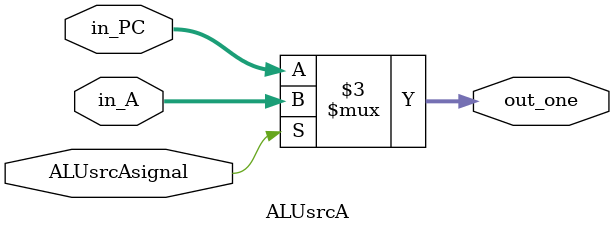
<source format=v>
`timescale 1ns / 1ps
module ALUsrcA(ALUsrcAsignal,in_PC,in_A,out_one);
input [31:0] in_PC, in_A;
input ALUsrcAsignal;
output reg [31:0] out_one;


always @(*) begin
	if (ALUsrcAsignal) begin
		out_one= in_A;
	end
	else begin
		out_one= in_PC; end
end
endmodule

</source>
